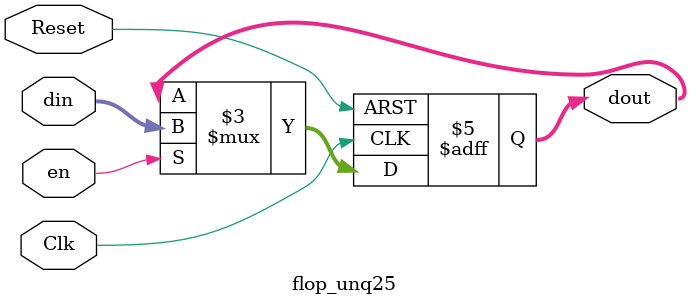
<source format=sv>

/* *****************************************************************************
 * File: flop.vp
 * 
 * Description:
 * Genesis2 flip-flop generator.
 * 
 * Required Genesis2 Controlable Parameters:
 * * Type		- Constant, Flop, RFlop, EFlop, or REFlop
 * * Width		- integer value specifying register width
 * * Default		- default value for the flop 
 *			 (only applies when flop_type=constant|rflop|reflop)
 * * SyncMode		- Sync or ASync flop * Change bar:
 * 
 * 
 * -----------
 * Date          Author   Description
 * Mar 30, 2010  shacham  init version  --  
 * May 20, 2014  jingpu   Add Async mode, change to active low reset
 * 
 * ****************************************************************************/


/*******************************************************************************
 * REQUIRED PARAMETERIZATION
 ******************************************************************************/
// Type (_GENESIS2_INHERITANCE_PRIORITY_) = REFlop
//
// Default (_GENESIS2_INHERITANCE_PRIORITY_) = 4
//
// Width (_GENESIS2_INHERITANCE_PRIORITY_) = 4
//
// SyncMode (_GENESIS2_DECLARATION_PRIORITY_) = ASync
//

module flop_unq25(
	       //inputs
	       input wire logic 		   Clk,
	       input wire logic [3:0]  din,
	       input wire logic 		   Reset,
	       input wire logic 		   en,

	       //outputs
	       output logic [3:0] dout
	       );


   /* synopsys dc_tcl_script_begin
    set_dont_retime [current_design] true
    set_optimize_registers false -design [current_design]
    */
   


   
   always_ff @(posedge Clk or negedge Reset) begin
      if (!Reset) 
	dout <= 4'h4;
      else if (en)
	dout <= din;
   end

endmodule : flop_unq25

</source>
